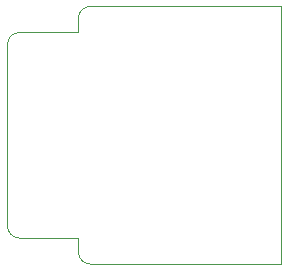
<source format=gbr>
%TF.GenerationSoftware,Altium Limited,Altium Designer,25.5.2 (35)*%
G04 Layer_Color=16711935*
%FSLAX45Y45*%
%MOMM*%
%TF.SameCoordinates,263EE719-961F-4448-A72E-CF07F5483F46*%
%TF.FilePolarity,Positive*%
%TF.FileFunction,Keep-out,Top*%
%TF.Part,Single*%
G01*
G75*
%TA.AperFunction,NonConductor*%
%ADD26C,0.10000*%
D26*
X700003Y2440000D02*
G03*
X600003Y2340000I0J-100000D01*
G01*
X600000Y360000D02*
G03*
X700000Y260000I100000J0D01*
G01*
X0Y580000D02*
G03*
X100000Y480000I100000J0D01*
G01*
Y2220000D02*
G03*
X0Y2120000I0J-100000D01*
G01*
X700001Y2440000D02*
X2320001D01*
X699999Y260000D02*
X2319998D01*
X2320001Y2440000D01*
X0Y579999D02*
Y2120001D01*
X599999Y360000D02*
Y479999D01*
Y2220001D02*
Y2340000D01*
X100000Y479999D02*
X599999D01*
X100000Y2220001D02*
X599999D01*
%TF.MD5,411de43883786899b317044754a5a5d9*%
M02*

</source>
